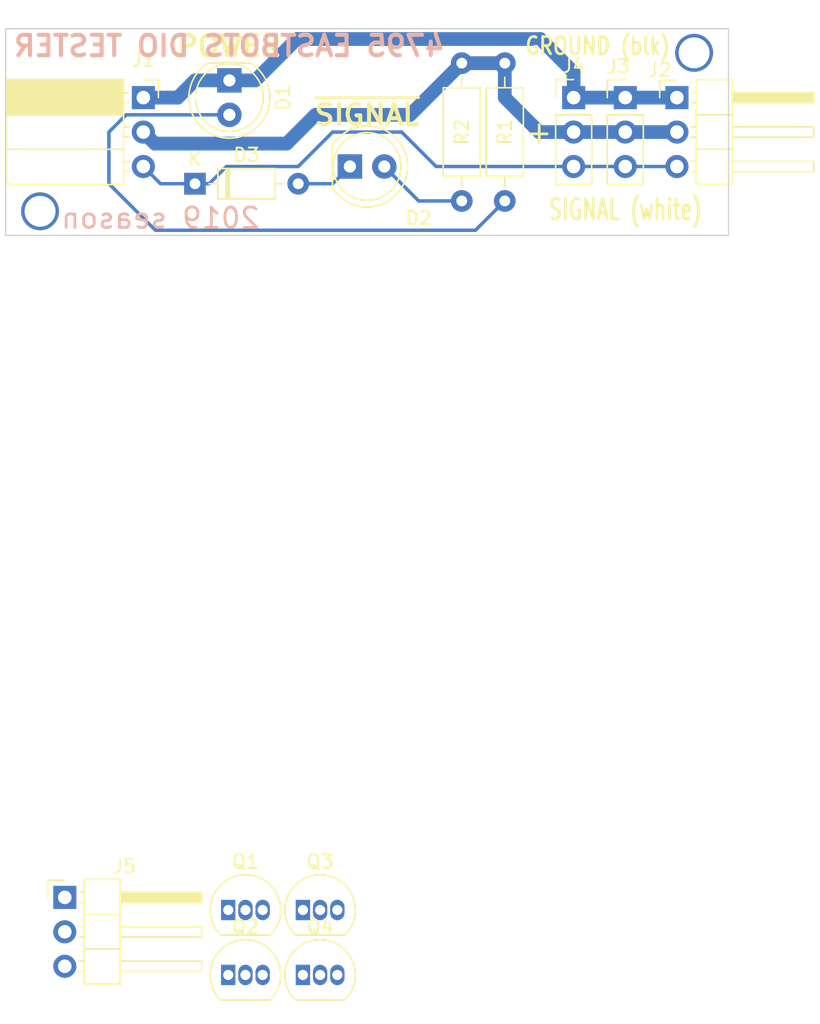
<source format=kicad_pcb>
(kicad_pcb (version 20171130) (host pcbnew "(5.0.1)-3")

  (general
    (thickness 1.5748)
    (drawings 15)
    (tracks 42)
    (zones 0)
    (modules 14)
    (nets 11)
  )

  (page A4)
  (layers
    (0 F.Cu signal)
    (31 B.Cu signal)
    (32 B.Adhes user)
    (33 F.Adhes user)
    (34 B.Paste user)
    (35 F.Paste user)
    (36 B.SilkS user)
    (37 F.SilkS user)
    (38 B.Mask user)
    (39 F.Mask user)
    (40 Dwgs.User user)
    (41 Cmts.User user)
    (42 Eco1.User user)
    (43 Eco2.User user)
    (44 Edge.Cuts user)
    (45 Margin user)
    (46 B.CrtYd user)
    (47 F.CrtYd user)
    (48 B.Fab user)
    (49 F.Fab user)
  )

  (setup
    (last_trace_width 0.254)
    (user_trace_width 0.254)
    (user_trace_width 0.508)
    (user_trace_width 0.762)
    (user_trace_width 1.016)
    (user_trace_width 1.27)
    (trace_clearance 0.254)
    (zone_clearance 0.508)
    (zone_45_only no)
    (trace_min 0.254)
    (segment_width 0.2)
    (edge_width 0.1)
    (via_size 0.7874)
    (via_drill 0.381)
    (via_min_size 0.7874)
    (via_min_drill 0.381)
    (uvia_size 0.7874)
    (uvia_drill 0.381)
    (uvias_allowed no)
    (uvia_min_size 0.381)
    (uvia_min_drill 0.1)
    (pcb_text_width 0.3)
    (pcb_text_size 1.5 1.5)
    (mod_edge_width 0.15)
    (mod_text_size 1 1)
    (mod_text_width 0.15)
    (pad_size 1.5 1.5)
    (pad_drill 0.6)
    (pad_to_mask_clearance 0)
    (solder_mask_min_width 0.25)
    (aux_axis_origin 0 0)
    (grid_origin 93.98 102.87)
    (visible_elements 7FFFFFFF)
    (pcbplotparams
      (layerselection 0x010f0_ffffffff)
      (usegerberextensions false)
      (usegerberattributes false)
      (usegerberadvancedattributes false)
      (creategerberjobfile false)
      (excludeedgelayer true)
      (linewidth 0.100000)
      (plotframeref false)
      (viasonmask false)
      (mode 1)
      (useauxorigin false)
      (hpglpennumber 1)
      (hpglpenspeed 20)
      (hpglpendiameter 15.000000)
      (psnegative false)
      (psa4output false)
      (plotreference true)
      (plotvalue true)
      (plotinvisibletext false)
      (padsonsilk false)
      (subtractmaskfromsilk false)
      (outputformat 1)
      (mirror false)
      (drillshape 0)
      (scaleselection 1)
      (outputdirectory "gbr"))
  )

  (net 0 "")
  (net 1 "Net-(D1-Pad2)")
  (net 2 Earth)
  (net 3 "Net-(D2-Pad1)")
  (net 4 "Net-(D2-Pad2)")
  (net 5 /signal)
  (net 6 +5V)
  (net 7 "Net-(J2-Pad3)")
  (net 8 "Net-(J3-Pad3)")
  (net 9 "Net-(J4-Pad3)")
  (net 10 "Net-(J5-Pad3)")

  (net_class Default "This is the default net class."
    (clearance 0.254)
    (trace_width 0.254)
    (via_dia 0.7874)
    (via_drill 0.381)
    (uvia_dia 0.7874)
    (uvia_drill 0.381)
    (diff_pair_gap 0.2032)
    (diff_pair_width 0.254)
    (add_net +5V)
    (add_net /signal)
    (add_net Earth)
    (add_net "Net-(D1-Pad2)")
    (add_net "Net-(D2-Pad1)")
    (add_net "Net-(D2-Pad2)")
    (add_net "Net-(J2-Pad3)")
    (add_net "Net-(J3-Pad3)")
    (add_net "Net-(J4-Pad3)")
    (add_net "Net-(J5-Pad3)")
  )

  (module LED_THT:LED_D5.0mm (layer F.Cu) (tedit 5995936A) (tstamp 5BF20E0B)
    (at 110.49 91.44 270)
    (descr "LED, diameter 5.0mm, 2 pins, http://cdn-reichelt.de/documents/datenblatt/A500/LL-504BC2E-009.pdf")
    (tags "LED diameter 5.0mm 2 pins")
    (path /5BE3B324)
    (fp_text reference D1 (at 1.27 -3.96 270) (layer F.SilkS)
      (effects (font (size 1 1) (thickness 0.15)))
    )
    (fp_text value YELLOW_5mm (at -5.08 0) (layer F.Fab)
      (effects (font (size 1 1) (thickness 0.15)))
    )
    (fp_text user %R (at 1.25 0 270) (layer F.Fab)
      (effects (font (size 0.8 0.8) (thickness 0.2)))
    )
    (fp_line (start 4.5 -3.25) (end -1.95 -3.25) (layer F.CrtYd) (width 0.05))
    (fp_line (start 4.5 3.25) (end 4.5 -3.25) (layer F.CrtYd) (width 0.05))
    (fp_line (start -1.95 3.25) (end 4.5 3.25) (layer F.CrtYd) (width 0.05))
    (fp_line (start -1.95 -3.25) (end -1.95 3.25) (layer F.CrtYd) (width 0.05))
    (fp_line (start -1.29 -1.545) (end -1.29 1.545) (layer F.SilkS) (width 0.12))
    (fp_line (start -1.23 -1.469694) (end -1.23 1.469694) (layer F.Fab) (width 0.1))
    (fp_circle (center 1.27 0) (end 3.77 0) (layer F.SilkS) (width 0.12))
    (fp_circle (center 1.27 0) (end 3.77 0) (layer F.Fab) (width 0.1))
    (fp_arc (start 1.27 0) (end -1.29 1.54483) (angle -148.9) (layer F.SilkS) (width 0.12))
    (fp_arc (start 1.27 0) (end -1.29 -1.54483) (angle 148.9) (layer F.SilkS) (width 0.12))
    (fp_arc (start 1.27 0) (end -1.23 -1.469694) (angle 299.1) (layer F.Fab) (width 0.1))
    (pad 2 thru_hole circle (at 2.54 0 270) (size 1.8 1.8) (drill 0.9) (layers *.Cu *.Mask)
      (net 1 "Net-(D1-Pad2)"))
    (pad 1 thru_hole rect (at 0 0 270) (size 1.8 1.8) (drill 0.9) (layers *.Cu *.Mask)
      (net 2 Earth))
    (model ${KISYS3DMOD}/LED_THT.3dshapes/LED_D5.0mm.wrl
      (at (xyz 0 0 0))
      (scale (xyz 1 1 1))
      (rotate (xyz 0 0 0))
    )
  )

  (module LED_THT:LED_D5.0mm (layer F.Cu) (tedit 5995936A) (tstamp 5BF20E1D)
    (at 119.38 97.79)
    (descr "LED, diameter 5.0mm, 2 pins, http://cdn-reichelt.de/documents/datenblatt/A500/LL-504BC2E-009.pdf")
    (tags "LED diameter 5.0mm 2 pins")
    (path /5BDCCCDE)
    (fp_text reference D2 (at 5.08 3.81) (layer F.SilkS)
      (effects (font (size 1 1) (thickness 0.15)))
    )
    (fp_text value RED_5mm (at 0 7.62) (layer F.Fab)
      (effects (font (size 1 1) (thickness 0.15)))
    )
    (fp_arc (start 1.27 0) (end -1.23 -1.469694) (angle 299.1) (layer F.Fab) (width 0.1))
    (fp_arc (start 1.27 0) (end -1.29 -1.54483) (angle 148.9) (layer F.SilkS) (width 0.12))
    (fp_arc (start 1.27 0) (end -1.29 1.54483) (angle -148.9) (layer F.SilkS) (width 0.12))
    (fp_circle (center 1.27 0) (end 3.77 0) (layer F.Fab) (width 0.1))
    (fp_circle (center 1.27 0) (end 3.77 0) (layer F.SilkS) (width 0.12))
    (fp_line (start -1.23 -1.469694) (end -1.23 1.469694) (layer F.Fab) (width 0.1))
    (fp_line (start -1.29 -1.545) (end -1.29 1.545) (layer F.SilkS) (width 0.12))
    (fp_line (start -1.95 -3.25) (end -1.95 3.25) (layer F.CrtYd) (width 0.05))
    (fp_line (start -1.95 3.25) (end 4.5 3.25) (layer F.CrtYd) (width 0.05))
    (fp_line (start 4.5 3.25) (end 4.5 -3.25) (layer F.CrtYd) (width 0.05))
    (fp_line (start 4.5 -3.25) (end -1.95 -3.25) (layer F.CrtYd) (width 0.05))
    (fp_text user %R (at 1.25 0) (layer F.Fab)
      (effects (font (size 0.8 0.8) (thickness 0.2)))
    )
    (pad 1 thru_hole rect (at 0 0) (size 1.8 1.8) (drill 0.9) (layers *.Cu *.Mask)
      (net 3 "Net-(D2-Pad1)"))
    (pad 2 thru_hole circle (at 2.54 0) (size 1.8 1.8) (drill 0.9) (layers *.Cu *.Mask)
      (net 4 "Net-(D2-Pad2)"))
    (model ${KISYS3DMOD}/LED_THT.3dshapes/LED_D5.0mm.wrl
      (at (xyz 0 0 0))
      (scale (xyz 1 1 1))
      (rotate (xyz 0 0 0))
    )
  )

  (module Diode_THT:D_DO-35_SOD27_P7.62mm_Horizontal (layer F.Cu) (tedit 5AE50CD5) (tstamp 5BF20E3C)
    (at 107.95 99.06)
    (descr "Diode, DO-35_SOD27 series, Axial, Horizontal, pin pitch=7.62mm, , length*diameter=4*2mm^2, , http://www.diodes.com/_files/packages/DO-35.pdf")
    (tags "Diode DO-35_SOD27 series Axial Horizontal pin pitch 7.62mm  length 4mm diameter 2mm")
    (path /5BE3A273)
    (fp_text reference D3 (at 3.81 -2.12) (layer F.SilkS)
      (effects (font (size 1 1) (thickness 0.15)))
    )
    (fp_text value 1N4148 (at 3.81 2.12) (layer F.Fab)
      (effects (font (size 1 1) (thickness 0.15)))
    )
    (fp_line (start 1.81 -1) (end 1.81 1) (layer F.Fab) (width 0.1))
    (fp_line (start 1.81 1) (end 5.81 1) (layer F.Fab) (width 0.1))
    (fp_line (start 5.81 1) (end 5.81 -1) (layer F.Fab) (width 0.1))
    (fp_line (start 5.81 -1) (end 1.81 -1) (layer F.Fab) (width 0.1))
    (fp_line (start 0 0) (end 1.81 0) (layer F.Fab) (width 0.1))
    (fp_line (start 7.62 0) (end 5.81 0) (layer F.Fab) (width 0.1))
    (fp_line (start 2.41 -1) (end 2.41 1) (layer F.Fab) (width 0.1))
    (fp_line (start 2.51 -1) (end 2.51 1) (layer F.Fab) (width 0.1))
    (fp_line (start 2.31 -1) (end 2.31 1) (layer F.Fab) (width 0.1))
    (fp_line (start 1.69 -1.12) (end 1.69 1.12) (layer F.SilkS) (width 0.12))
    (fp_line (start 1.69 1.12) (end 5.93 1.12) (layer F.SilkS) (width 0.12))
    (fp_line (start 5.93 1.12) (end 5.93 -1.12) (layer F.SilkS) (width 0.12))
    (fp_line (start 5.93 -1.12) (end 1.69 -1.12) (layer F.SilkS) (width 0.12))
    (fp_line (start 1.04 0) (end 1.69 0) (layer F.SilkS) (width 0.12))
    (fp_line (start 6.58 0) (end 5.93 0) (layer F.SilkS) (width 0.12))
    (fp_line (start 2.41 -1.12) (end 2.41 1.12) (layer F.SilkS) (width 0.12))
    (fp_line (start 2.53 -1.12) (end 2.53 1.12) (layer F.SilkS) (width 0.12))
    (fp_line (start 2.29 -1.12) (end 2.29 1.12) (layer F.SilkS) (width 0.12))
    (fp_line (start -1.05 -1.25) (end -1.05 1.25) (layer F.CrtYd) (width 0.05))
    (fp_line (start -1.05 1.25) (end 8.67 1.25) (layer F.CrtYd) (width 0.05))
    (fp_line (start 8.67 1.25) (end 8.67 -1.25) (layer F.CrtYd) (width 0.05))
    (fp_line (start 8.67 -1.25) (end -1.05 -1.25) (layer F.CrtYd) (width 0.05))
    (fp_text user %R (at 4.11 0) (layer F.Fab)
      (effects (font (size 0.8 0.8) (thickness 0.12)))
    )
    (fp_text user K (at 0 -1.8) (layer F.Fab)
      (effects (font (size 1 1) (thickness 0.15)))
    )
    (fp_text user K (at 0 -1.8) (layer F.SilkS)
      (effects (font (size 1 1) (thickness 0.15)))
    )
    (pad 1 thru_hole rect (at 0 0) (size 1.6 1.6) (drill 0.8) (layers *.Cu *.Mask)
      (net 5 /signal))
    (pad 2 thru_hole oval (at 7.62 0) (size 1.6 1.6) (drill 0.8) (layers *.Cu *.Mask)
      (net 3 "Net-(D2-Pad1)"))
    (model ${KISYS3DMOD}/Diode_THT.3dshapes/D_DO-35_SOD27_P7.62mm_Horizontal.wrl
      (at (xyz 0 0 0))
      (scale (xyz 1 1 1))
      (rotate (xyz 0 0 0))
    )
  )

  (module Connector_PinSocket_2.54mm:PinSocket_1x03_P2.54mm_Horizontal (layer F.Cu) (tedit 5C140FFB) (tstamp 5BF20E79)
    (at 104.14 92.71)
    (descr "Through hole angled socket strip, 1x03, 2.54mm pitch, 8.51mm socket length, single row (from Kicad 4.0.7), script generated")
    (tags "Through hole angled socket strip THT 1x03 2.54mm single row")
    (path /5BDCDC09)
    (fp_text reference J1 (at 0 -2.77) (layer F.SilkS)
      (effects (font (size 1 1) (thickness 0.15)))
    )
    (fp_text value Conn_01x03 (at -2.54 12.7) (layer F.Fab)
      (effects (font (size 1 1) (thickness 0.15)))
    )
    (fp_line (start -10.03 -1.27) (end -2.49 -1.27) (layer F.Fab) (width 0.1))
    (fp_line (start -2.49 -1.27) (end -1.52 -0.3) (layer F.Fab) (width 0.1))
    (fp_line (start -1.52 -0.3) (end -1.52 6.35) (layer F.Fab) (width 0.1))
    (fp_line (start -1.52 6.35) (end -10.03 6.35) (layer F.Fab) (width 0.1))
    (fp_line (start -10.03 6.35) (end -10.03 -1.27) (layer F.Fab) (width 0.1))
    (fp_line (start 0 -0.3) (end -1.52 -0.3) (layer F.Fab) (width 0.1))
    (fp_line (start -1.52 0.3) (end 0 0.3) (layer F.Fab) (width 0.1))
    (fp_line (start 0 0.3) (end 0 -0.3) (layer F.Fab) (width 0.1))
    (fp_line (start 0 2.24) (end -1.52 2.24) (layer F.Fab) (width 0.1))
    (fp_line (start -1.52 2.84) (end 0 2.84) (layer F.Fab) (width 0.1))
    (fp_line (start 0 2.84) (end 0 2.24) (layer F.Fab) (width 0.1))
    (fp_line (start 0 4.78) (end -1.52 4.78) (layer F.Fab) (width 0.1))
    (fp_line (start -1.52 5.38) (end 0 5.38) (layer F.Fab) (width 0.1))
    (fp_line (start 0 5.38) (end 0 4.78) (layer F.Fab) (width 0.1))
    (fp_line (start -10.09 -1.21) (end -1.46 -1.21) (layer F.SilkS) (width 0.12))
    (fp_line (start -10.09 -1.091905) (end -1.46 -1.091905) (layer F.SilkS) (width 0.12))
    (fp_line (start -10.09 -0.97381) (end -1.46 -0.97381) (layer F.SilkS) (width 0.12))
    (fp_line (start -10.09 -0.855715) (end -1.46 -0.855715) (layer F.SilkS) (width 0.12))
    (fp_line (start -10.09 -0.73762) (end -1.46 -0.73762) (layer F.SilkS) (width 0.12))
    (fp_line (start -10.09 -0.619525) (end -1.46 -0.619525) (layer F.SilkS) (width 0.12))
    (fp_line (start -10.09 -0.50143) (end -1.46 -0.50143) (layer F.SilkS) (width 0.12))
    (fp_line (start -10.09 -0.383335) (end -1.46 -0.383335) (layer F.SilkS) (width 0.12))
    (fp_line (start -10.09 -0.26524) (end -1.46 -0.26524) (layer F.SilkS) (width 0.12))
    (fp_line (start -10.09 -0.147145) (end -1.46 -0.147145) (layer F.SilkS) (width 0.12))
    (fp_line (start -10.09 -0.02905) (end -1.46 -0.02905) (layer F.SilkS) (width 0.12))
    (fp_line (start -10.09 0.089045) (end -1.46 0.089045) (layer F.SilkS) (width 0.12))
    (fp_line (start -10.09 0.20714) (end -1.46 0.20714) (layer F.SilkS) (width 0.12))
    (fp_line (start -10.09 0.325235) (end -1.46 0.325235) (layer F.SilkS) (width 0.12))
    (fp_line (start -10.09 0.44333) (end -1.46 0.44333) (layer F.SilkS) (width 0.12))
    (fp_line (start -10.09 0.561425) (end -1.46 0.561425) (layer F.SilkS) (width 0.12))
    (fp_line (start -10.09 0.67952) (end -1.46 0.67952) (layer F.SilkS) (width 0.12))
    (fp_line (start -10.09 0.797615) (end -1.46 0.797615) (layer F.SilkS) (width 0.12))
    (fp_line (start -10.09 0.91571) (end -1.46 0.91571) (layer F.SilkS) (width 0.12))
    (fp_line (start -10.09 1.033805) (end -1.46 1.033805) (layer F.SilkS) (width 0.12))
    (fp_line (start -10.09 1.1519) (end -1.46 1.1519) (layer F.SilkS) (width 0.12))
    (fp_line (start -1.46 -0.36) (end -1.11 -0.36) (layer F.SilkS) (width 0.12))
    (fp_line (start -1.46 0.36) (end -1.11 0.36) (layer F.SilkS) (width 0.12))
    (fp_line (start -1.46 2.18) (end -1.05 2.18) (layer F.SilkS) (width 0.12))
    (fp_line (start -1.46 2.9) (end -1.05 2.9) (layer F.SilkS) (width 0.12))
    (fp_line (start -1.46 4.72) (end -1.05 4.72) (layer F.SilkS) (width 0.12))
    (fp_line (start -1.46 5.44) (end -1.05 5.44) (layer F.SilkS) (width 0.12))
    (fp_line (start -10.09 1.27) (end -1.46 1.27) (layer F.SilkS) (width 0.12))
    (fp_line (start -10.09 3.81) (end -1.46 3.81) (layer F.SilkS) (width 0.12))
    (fp_line (start -10.09 -1.33) (end -1.46 -1.33) (layer F.SilkS) (width 0.12))
    (fp_line (start -1.46 -1.33) (end -1.46 6.41) (layer F.SilkS) (width 0.12))
    (fp_line (start -10.09 6.41) (end -1.46 6.41) (layer F.SilkS) (width 0.12))
    (fp_line (start -10.09 -1.33) (end -10.09 6.41) (layer F.SilkS) (width 0.12))
    (fp_line (start 1.11 -1.33) (end 1.11 0) (layer F.SilkS) (width 0.12))
    (fp_line (start 0 -1.33) (end 1.11 -1.33) (layer F.SilkS) (width 0.12))
    (fp_line (start 1.75 -1.8) (end -10.55 -1.8) (layer F.CrtYd) (width 0.05))
    (fp_line (start -10.55 -1.8) (end -10.55 6.85) (layer F.CrtYd) (width 0.05))
    (fp_line (start -10.55 6.85) (end 1.75 6.85) (layer F.CrtYd) (width 0.05))
    (fp_line (start 1.75 6.85) (end 1.75 -1.8) (layer F.CrtYd) (width 0.05))
    (fp_text user %R (at -5.775 2.54) (layer F.Fab)
      (effects (font (size 1 1) (thickness 0.15)))
    )
    (pad 1 thru_hole rect (at 0 0) (size 1.7 1.7) (drill 1) (layers *.Cu *.Mask)
      (net 2 Earth))
    (pad 2 thru_hole oval (at 0 2.54) (size 1.7 1.7) (drill 1) (layers *.Cu *.Mask)
      (net 6 +5V))
    (pad 3 thru_hole oval (at 0 5.08) (size 1.7 1.7) (drill 1) (layers *.Cu *.Mask)
      (net 5 /signal))
    (model ${KISYS3DMOD}/Connector_PinSocket_2.54mm.3dshapes/PinSocket_1x03_P2.54mm_Horizontal.wrl
      (at (xyz 0 0 0))
      (scale (xyz 1 1 1))
      (rotate (xyz 0 0 0))
    )
  )

  (module Connector_PinHeader_2.54mm:PinHeader_1x03_P2.54mm_Horizontal (layer F.Cu) (tedit 59FED5CB) (tstamp 5BF20EB9)
    (at 143.51 92.71)
    (descr "Through hole angled pin header, 1x03, 2.54mm pitch, 6mm pin length, single row")
    (tags "Through hole angled pin header THT 1x03 2.54mm single row")
    (path /5BDCE519)
    (fp_text reference J2 (at -1.27 -2.032) (layer F.SilkS)
      (effects (font (size 1 1) (thickness 0.15)))
    )
    (fp_text value Conn_01x03 (at 3.81 12.7) (layer F.Fab)
      (effects (font (size 1 1) (thickness 0.15)))
    )
    (fp_line (start 2.135 -1.27) (end 4.04 -1.27) (layer F.Fab) (width 0.1))
    (fp_line (start 4.04 -1.27) (end 4.04 6.35) (layer F.Fab) (width 0.1))
    (fp_line (start 4.04 6.35) (end 1.5 6.35) (layer F.Fab) (width 0.1))
    (fp_line (start 1.5 6.35) (end 1.5 -0.635) (layer F.Fab) (width 0.1))
    (fp_line (start 1.5 -0.635) (end 2.135 -1.27) (layer F.Fab) (width 0.1))
    (fp_line (start -0.32 -0.32) (end 1.5 -0.32) (layer F.Fab) (width 0.1))
    (fp_line (start -0.32 -0.32) (end -0.32 0.32) (layer F.Fab) (width 0.1))
    (fp_line (start -0.32 0.32) (end 1.5 0.32) (layer F.Fab) (width 0.1))
    (fp_line (start 4.04 -0.32) (end 10.04 -0.32) (layer F.Fab) (width 0.1))
    (fp_line (start 10.04 -0.32) (end 10.04 0.32) (layer F.Fab) (width 0.1))
    (fp_line (start 4.04 0.32) (end 10.04 0.32) (layer F.Fab) (width 0.1))
    (fp_line (start -0.32 2.22) (end 1.5 2.22) (layer F.Fab) (width 0.1))
    (fp_line (start -0.32 2.22) (end -0.32 2.86) (layer F.Fab) (width 0.1))
    (fp_line (start -0.32 2.86) (end 1.5 2.86) (layer F.Fab) (width 0.1))
    (fp_line (start 4.04 2.22) (end 10.04 2.22) (layer F.Fab) (width 0.1))
    (fp_line (start 10.04 2.22) (end 10.04 2.86) (layer F.Fab) (width 0.1))
    (fp_line (start 4.04 2.86) (end 10.04 2.86) (layer F.Fab) (width 0.1))
    (fp_line (start -0.32 4.76) (end 1.5 4.76) (layer F.Fab) (width 0.1))
    (fp_line (start -0.32 4.76) (end -0.32 5.4) (layer F.Fab) (width 0.1))
    (fp_line (start -0.32 5.4) (end 1.5 5.4) (layer F.Fab) (width 0.1))
    (fp_line (start 4.04 4.76) (end 10.04 4.76) (layer F.Fab) (width 0.1))
    (fp_line (start 10.04 4.76) (end 10.04 5.4) (layer F.Fab) (width 0.1))
    (fp_line (start 4.04 5.4) (end 10.04 5.4) (layer F.Fab) (width 0.1))
    (fp_line (start 1.44 -1.33) (end 1.44 6.41) (layer F.SilkS) (width 0.12))
    (fp_line (start 1.44 6.41) (end 4.1 6.41) (layer F.SilkS) (width 0.12))
    (fp_line (start 4.1 6.41) (end 4.1 -1.33) (layer F.SilkS) (width 0.12))
    (fp_line (start 4.1 -1.33) (end 1.44 -1.33) (layer F.SilkS) (width 0.12))
    (fp_line (start 4.1 -0.38) (end 10.1 -0.38) (layer F.SilkS) (width 0.12))
    (fp_line (start 10.1 -0.38) (end 10.1 0.38) (layer F.SilkS) (width 0.12))
    (fp_line (start 10.1 0.38) (end 4.1 0.38) (layer F.SilkS) (width 0.12))
    (fp_line (start 4.1 -0.32) (end 10.1 -0.32) (layer F.SilkS) (width 0.12))
    (fp_line (start 4.1 -0.2) (end 10.1 -0.2) (layer F.SilkS) (width 0.12))
    (fp_line (start 4.1 -0.08) (end 10.1 -0.08) (layer F.SilkS) (width 0.12))
    (fp_line (start 4.1 0.04) (end 10.1 0.04) (layer F.SilkS) (width 0.12))
    (fp_line (start 4.1 0.16) (end 10.1 0.16) (layer F.SilkS) (width 0.12))
    (fp_line (start 4.1 0.28) (end 10.1 0.28) (layer F.SilkS) (width 0.12))
    (fp_line (start 1.11 -0.38) (end 1.44 -0.38) (layer F.SilkS) (width 0.12))
    (fp_line (start 1.11 0.38) (end 1.44 0.38) (layer F.SilkS) (width 0.12))
    (fp_line (start 1.44 1.27) (end 4.1 1.27) (layer F.SilkS) (width 0.12))
    (fp_line (start 4.1 2.16) (end 10.1 2.16) (layer F.SilkS) (width 0.12))
    (fp_line (start 10.1 2.16) (end 10.1 2.92) (layer F.SilkS) (width 0.12))
    (fp_line (start 10.1 2.92) (end 4.1 2.92) (layer F.SilkS) (width 0.12))
    (fp_line (start 1.042929 2.16) (end 1.44 2.16) (layer F.SilkS) (width 0.12))
    (fp_line (start 1.042929 2.92) (end 1.44 2.92) (layer F.SilkS) (width 0.12))
    (fp_line (start 1.44 3.81) (end 4.1 3.81) (layer F.SilkS) (width 0.12))
    (fp_line (start 4.1 4.7) (end 10.1 4.7) (layer F.SilkS) (width 0.12))
    (fp_line (start 10.1 4.7) (end 10.1 5.46) (layer F.SilkS) (width 0.12))
    (fp_line (start 10.1 5.46) (end 4.1 5.46) (layer F.SilkS) (width 0.12))
    (fp_line (start 1.042929 4.7) (end 1.44 4.7) (layer F.SilkS) (width 0.12))
    (fp_line (start 1.042929 5.46) (end 1.44 5.46) (layer F.SilkS) (width 0.12))
    (fp_line (start -1.27 0) (end -1.27 -1.27) (layer F.SilkS) (width 0.12))
    (fp_line (start -1.27 -1.27) (end 0 -1.27) (layer F.SilkS) (width 0.12))
    (fp_line (start -1.8 -1.8) (end -1.8 6.85) (layer F.CrtYd) (width 0.05))
    (fp_line (start -1.8 6.85) (end 10.55 6.85) (layer F.CrtYd) (width 0.05))
    (fp_line (start 10.55 6.85) (end 10.55 -1.8) (layer F.CrtYd) (width 0.05))
    (fp_line (start 10.55 -1.8) (end -1.8 -1.8) (layer F.CrtYd) (width 0.05))
    (fp_text user %R (at 2.77 2.54 90) (layer F.Fab)
      (effects (font (size 1 1) (thickness 0.15)))
    )
    (pad 1 thru_hole rect (at 0 0) (size 1.7 1.7) (drill 1) (layers *.Cu *.Mask)
      (net 2 Earth))
    (pad 2 thru_hole oval (at 0 2.54) (size 1.7 1.7) (drill 1) (layers *.Cu *.Mask)
      (net 6 +5V))
    (pad 3 thru_hole oval (at 0 5.08) (size 1.7 1.7) (drill 1) (layers *.Cu *.Mask)
      (net 7 "Net-(J2-Pad3)"))
    (model ${KISYS3DMOD}/Connector_PinHeader_2.54mm.3dshapes/PinHeader_1x03_P2.54mm_Horizontal.wrl
      (at (xyz 0 0 0))
      (scale (xyz 1 1 1))
      (rotate (xyz 0 0 0))
    )
  )

  (module Connector_PinHeader_2.54mm:PinHeader_1x03_P2.54mm_Vertical (layer F.Cu) (tedit 59FED5CC) (tstamp 5BF20ED0)
    (at 139.7 92.71)
    (descr "Through hole straight pin header, 1x03, 2.54mm pitch, single row")
    (tags "Through hole pin header THT 1x03 2.54mm single row")
    (path /5C737446)
    (fp_text reference J3 (at -0.508 -2.286) (layer F.SilkS)
      (effects (font (size 1 1) (thickness 0.15)))
    )
    (fp_text value Conn_01x03 (at 2.54 11.43) (layer F.Fab)
      (effects (font (size 1 1) (thickness 0.15)))
    )
    (fp_line (start -0.635 -1.27) (end 1.27 -1.27) (layer F.Fab) (width 0.1))
    (fp_line (start 1.27 -1.27) (end 1.27 6.35) (layer F.Fab) (width 0.1))
    (fp_line (start 1.27 6.35) (end -1.27 6.35) (layer F.Fab) (width 0.1))
    (fp_line (start -1.27 6.35) (end -1.27 -0.635) (layer F.Fab) (width 0.1))
    (fp_line (start -1.27 -0.635) (end -0.635 -1.27) (layer F.Fab) (width 0.1))
    (fp_line (start -1.33 6.41) (end 1.33 6.41) (layer F.SilkS) (width 0.12))
    (fp_line (start -1.33 1.27) (end -1.33 6.41) (layer F.SilkS) (width 0.12))
    (fp_line (start 1.33 1.27) (end 1.33 6.41) (layer F.SilkS) (width 0.12))
    (fp_line (start -1.33 1.27) (end 1.33 1.27) (layer F.SilkS) (width 0.12))
    (fp_line (start -1.33 0) (end -1.33 -1.33) (layer F.SilkS) (width 0.12))
    (fp_line (start -1.33 -1.33) (end 0 -1.33) (layer F.SilkS) (width 0.12))
    (fp_line (start -1.8 -1.8) (end -1.8 6.85) (layer F.CrtYd) (width 0.05))
    (fp_line (start -1.8 6.85) (end 1.8 6.85) (layer F.CrtYd) (width 0.05))
    (fp_line (start 1.8 6.85) (end 1.8 -1.8) (layer F.CrtYd) (width 0.05))
    (fp_line (start 1.8 -1.8) (end -1.8 -1.8) (layer F.CrtYd) (width 0.05))
    (fp_text user %R (at 0 2.54 90) (layer F.Fab)
      (effects (font (size 1 1) (thickness 0.15)))
    )
    (pad 1 thru_hole rect (at 0 0) (size 1.7 1.7) (drill 1) (layers *.Cu *.Mask)
      (net 2 Earth))
    (pad 2 thru_hole oval (at 0 2.54) (size 1.7 1.7) (drill 1) (layers *.Cu *.Mask)
      (net 6 +5V))
    (pad 3 thru_hole oval (at 0 5.08) (size 1.7 1.7) (drill 1) (layers *.Cu *.Mask)
      (net 8 "Net-(J3-Pad3)"))
    (model ${KISYS3DMOD}/Connector_PinHeader_2.54mm.3dshapes/PinHeader_1x03_P2.54mm_Vertical.wrl
      (at (xyz 0 0 0))
      (scale (xyz 1 1 1))
      (rotate (xyz 0 0 0))
    )
  )

  (module Connector_PinHeader_2.54mm:PinHeader_1x03_P2.54mm_Vertical (layer F.Cu) (tedit 5C140FAA) (tstamp 5BF20EE7)
    (at 135.89 92.71)
    (descr "Through hole straight pin header, 1x03, 2.54mm pitch, single row")
    (tags "Through hole pin header THT 1x03 2.54mm single row")
    (path /5C737762)
    (fp_text reference J4 (at 0 -2.33) (layer F.SilkS)
      (effects (font (size 1 1) (thickness 0.15)))
    )
    (fp_text value Conn_01x03 (at 0 12.7) (layer F.Fab)
      (effects (font (size 1 1) (thickness 0.15)))
    )
    (fp_text user %R (at 0 2.54 90) (layer F.Fab)
      (effects (font (size 1 1) (thickness 0.15)))
    )
    (fp_line (start 1.8 -1.8) (end -1.8 -1.8) (layer F.CrtYd) (width 0.05))
    (fp_line (start 1.8 6.85) (end 1.8 -1.8) (layer F.CrtYd) (width 0.05))
    (fp_line (start -1.8 6.85) (end 1.8 6.85) (layer F.CrtYd) (width 0.05))
    (fp_line (start -1.8 -1.8) (end -1.8 6.85) (layer F.CrtYd) (width 0.05))
    (fp_line (start -1.33 -1.33) (end 0 -1.33) (layer F.SilkS) (width 0.12))
    (fp_line (start -1.33 0) (end -1.33 -1.33) (layer F.SilkS) (width 0.12))
    (fp_line (start -1.33 1.27) (end 1.33 1.27) (layer F.SilkS) (width 0.12))
    (fp_line (start 1.33 1.27) (end 1.33 6.41) (layer F.SilkS) (width 0.12))
    (fp_line (start -1.33 1.27) (end -1.33 6.41) (layer F.SilkS) (width 0.12))
    (fp_line (start -1.33 6.41) (end 1.33 6.41) (layer F.SilkS) (width 0.12))
    (fp_line (start -1.27 -0.635) (end -0.635 -1.27) (layer F.Fab) (width 0.1))
    (fp_line (start -1.27 6.35) (end -1.27 -0.635) (layer F.Fab) (width 0.1))
    (fp_line (start 1.27 6.35) (end -1.27 6.35) (layer F.Fab) (width 0.1))
    (fp_line (start 1.27 -1.27) (end 1.27 6.35) (layer F.Fab) (width 0.1))
    (fp_line (start -0.635 -1.27) (end 1.27 -1.27) (layer F.Fab) (width 0.1))
    (pad 3 thru_hole oval (at 0 5.08) (size 1.7 1.7) (drill 1) (layers *.Cu *.Mask)
      (net 9 "Net-(J4-Pad3)"))
    (pad 2 thru_hole oval (at 0 2.54) (size 1.7 1.7) (drill 1) (layers *.Cu *.Mask)
      (net 6 +5V))
    (pad 1 thru_hole rect (at 0 0) (size 1.7 1.7) (drill 1) (layers *.Cu *.Mask)
      (net 2 Earth))
    (model ${KISYS3DMOD}/Connector_PinHeader_2.54mm.3dshapes/PinHeader_1x03_P2.54mm_Vertical.wrl
      (at (xyz 0 0 0))
      (scale (xyz 1 1 1))
      (rotate (xyz 0 0 0))
    )
  )

  (module Resistor_THT:R_Axial_DIN0207_L6.3mm_D2.5mm_P10.16mm_Horizontal (layer F.Cu) (tedit 5AE5139B) (tstamp 5BF20EFE)
    (at 130.81 90.17 270)
    (descr "Resistor, Axial_DIN0207 series, Axial, Horizontal, pin pitch=10.16mm, 0.25W = 1/4W, length*diameter=6.3*2.5mm^2, http://cdn-reichelt.de/documents/datenblatt/B400/1_4W%23YAG.pdf")
    (tags "Resistor Axial_DIN0207 series Axial Horizontal pin pitch 10.16mm 0.25W = 1/4W length 6.3mm diameter 2.5mm")
    (path /5BE3B32A)
    (fp_text reference R1 (at 5.08 0 270) (layer F.SilkS)
      (effects (font (size 1 1) (thickness 0.15)))
    )
    (fp_text value 2.2K (at 5.08 2.37 270) (layer F.Fab)
      (effects (font (size 1 1) (thickness 0.15)))
    )
    (fp_text user %R (at 5.08 0 270) (layer F.Fab)
      (effects (font (size 1 1) (thickness 0.15)))
    )
    (fp_line (start 11.21 -1.5) (end -1.05 -1.5) (layer F.CrtYd) (width 0.05))
    (fp_line (start 11.21 1.5) (end 11.21 -1.5) (layer F.CrtYd) (width 0.05))
    (fp_line (start -1.05 1.5) (end 11.21 1.5) (layer F.CrtYd) (width 0.05))
    (fp_line (start -1.05 -1.5) (end -1.05 1.5) (layer F.CrtYd) (width 0.05))
    (fp_line (start 9.12 0) (end 8.35 0) (layer F.SilkS) (width 0.12))
    (fp_line (start 1.04 0) (end 1.81 0) (layer F.SilkS) (width 0.12))
    (fp_line (start 8.35 -1.37) (end 1.81 -1.37) (layer F.SilkS) (width 0.12))
    (fp_line (start 8.35 1.37) (end 8.35 -1.37) (layer F.SilkS) (width 0.12))
    (fp_line (start 1.81 1.37) (end 8.35 1.37) (layer F.SilkS) (width 0.12))
    (fp_line (start 1.81 -1.37) (end 1.81 1.37) (layer F.SilkS) (width 0.12))
    (fp_line (start 10.16 0) (end 8.23 0) (layer F.Fab) (width 0.1))
    (fp_line (start 0 0) (end 1.93 0) (layer F.Fab) (width 0.1))
    (fp_line (start 8.23 -1.25) (end 1.93 -1.25) (layer F.Fab) (width 0.1))
    (fp_line (start 8.23 1.25) (end 8.23 -1.25) (layer F.Fab) (width 0.1))
    (fp_line (start 1.93 1.25) (end 8.23 1.25) (layer F.Fab) (width 0.1))
    (fp_line (start 1.93 -1.25) (end 1.93 1.25) (layer F.Fab) (width 0.1))
    (pad 2 thru_hole oval (at 10.16 0 270) (size 1.6 1.6) (drill 0.8) (layers *.Cu *.Mask)
      (net 1 "Net-(D1-Pad2)"))
    (pad 1 thru_hole circle (at 0 0 270) (size 1.6 1.6) (drill 0.8) (layers *.Cu *.Mask)
      (net 6 +5V))
    (model ${KISYS3DMOD}/Resistor_THT.3dshapes/R_Axial_DIN0207_L6.3mm_D2.5mm_P10.16mm_Horizontal.wrl
      (at (xyz 0 0 0))
      (scale (xyz 1 1 1))
      (rotate (xyz 0 0 0))
    )
  )

  (module Resistor_THT:R_Axial_DIN0207_L6.3mm_D2.5mm_P10.16mm_Horizontal (layer F.Cu) (tedit 5AE5139B) (tstamp 5BF20F15)
    (at 127.635 90.17 270)
    (descr "Resistor, Axial_DIN0207 series, Axial, Horizontal, pin pitch=10.16mm, 0.25W = 1/4W, length*diameter=6.3*2.5mm^2, http://cdn-reichelt.de/documents/datenblatt/B400/1_4W%23YAG.pdf")
    (tags "Resistor Axial_DIN0207 series Axial Horizontal pin pitch 10.16mm 0.25W = 1/4W length 6.3mm diameter 2.5mm")
    (path /5BDCD126)
    (fp_text reference R2 (at 5.08 0 270) (layer F.SilkS)
      (effects (font (size 1 1) (thickness 0.15)))
    )
    (fp_text value 2.2K (at 5.08 2.37 270) (layer F.Fab)
      (effects (font (size 1 1) (thickness 0.15)))
    )
    (fp_line (start 1.93 -1.25) (end 1.93 1.25) (layer F.Fab) (width 0.1))
    (fp_line (start 1.93 1.25) (end 8.23 1.25) (layer F.Fab) (width 0.1))
    (fp_line (start 8.23 1.25) (end 8.23 -1.25) (layer F.Fab) (width 0.1))
    (fp_line (start 8.23 -1.25) (end 1.93 -1.25) (layer F.Fab) (width 0.1))
    (fp_line (start 0 0) (end 1.93 0) (layer F.Fab) (width 0.1))
    (fp_line (start 10.16 0) (end 8.23 0) (layer F.Fab) (width 0.1))
    (fp_line (start 1.81 -1.37) (end 1.81 1.37) (layer F.SilkS) (width 0.12))
    (fp_line (start 1.81 1.37) (end 8.35 1.37) (layer F.SilkS) (width 0.12))
    (fp_line (start 8.35 1.37) (end 8.35 -1.37) (layer F.SilkS) (width 0.12))
    (fp_line (start 8.35 -1.37) (end 1.81 -1.37) (layer F.SilkS) (width 0.12))
    (fp_line (start 1.04 0) (end 1.81 0) (layer F.SilkS) (width 0.12))
    (fp_line (start 9.12 0) (end 8.35 0) (layer F.SilkS) (width 0.12))
    (fp_line (start -1.05 -1.5) (end -1.05 1.5) (layer F.CrtYd) (width 0.05))
    (fp_line (start -1.05 1.5) (end 11.21 1.5) (layer F.CrtYd) (width 0.05))
    (fp_line (start 11.21 1.5) (end 11.21 -1.5) (layer F.CrtYd) (width 0.05))
    (fp_line (start 11.21 -1.5) (end -1.05 -1.5) (layer F.CrtYd) (width 0.05))
    (fp_text user %R (at 5.08 0 270) (layer F.Fab)
      (effects (font (size 1 1) (thickness 0.15)))
    )
    (pad 1 thru_hole circle (at 0 0 270) (size 1.6 1.6) (drill 0.8) (layers *.Cu *.Mask)
      (net 6 +5V))
    (pad 2 thru_hole oval (at 10.16 0 270) (size 1.6 1.6) (drill 0.8) (layers *.Cu *.Mask)
      (net 4 "Net-(D2-Pad2)"))
    (model ${KISYS3DMOD}/Resistor_THT.3dshapes/R_Axial_DIN0207_L6.3mm_D2.5mm_P10.16mm_Horizontal.wrl
      (at (xyz 0 0 0))
      (scale (xyz 1 1 1))
      (rotate (xyz 0 0 0))
    )
  )

  (module Connector_PinHeader_2.54mm:PinHeader_1x03_P2.54mm_Horizontal (layer F.Cu) (tedit 59FED5CB) (tstamp 5C733416)
    (at 98.345001 151.685001)
    (descr "Through hole angled pin header, 1x03, 2.54mm pitch, 6mm pin length, single row")
    (tags "Through hole angled pin header THT 1x03 2.54mm single row")
    (path /5C737D21)
    (fp_text reference J5 (at 4.385 -2.27) (layer F.SilkS)
      (effects (font (size 1 1) (thickness 0.15)))
    )
    (fp_text value Conn_01x03 (at 4.385 7.35) (layer F.Fab)
      (effects (font (size 1 1) (thickness 0.15)))
    )
    (fp_line (start 2.135 -1.27) (end 4.04 -1.27) (layer F.Fab) (width 0.1))
    (fp_line (start 4.04 -1.27) (end 4.04 6.35) (layer F.Fab) (width 0.1))
    (fp_line (start 4.04 6.35) (end 1.5 6.35) (layer F.Fab) (width 0.1))
    (fp_line (start 1.5 6.35) (end 1.5 -0.635) (layer F.Fab) (width 0.1))
    (fp_line (start 1.5 -0.635) (end 2.135 -1.27) (layer F.Fab) (width 0.1))
    (fp_line (start -0.32 -0.32) (end 1.5 -0.32) (layer F.Fab) (width 0.1))
    (fp_line (start -0.32 -0.32) (end -0.32 0.32) (layer F.Fab) (width 0.1))
    (fp_line (start -0.32 0.32) (end 1.5 0.32) (layer F.Fab) (width 0.1))
    (fp_line (start 4.04 -0.32) (end 10.04 -0.32) (layer F.Fab) (width 0.1))
    (fp_line (start 10.04 -0.32) (end 10.04 0.32) (layer F.Fab) (width 0.1))
    (fp_line (start 4.04 0.32) (end 10.04 0.32) (layer F.Fab) (width 0.1))
    (fp_line (start -0.32 2.22) (end 1.5 2.22) (layer F.Fab) (width 0.1))
    (fp_line (start -0.32 2.22) (end -0.32 2.86) (layer F.Fab) (width 0.1))
    (fp_line (start -0.32 2.86) (end 1.5 2.86) (layer F.Fab) (width 0.1))
    (fp_line (start 4.04 2.22) (end 10.04 2.22) (layer F.Fab) (width 0.1))
    (fp_line (start 10.04 2.22) (end 10.04 2.86) (layer F.Fab) (width 0.1))
    (fp_line (start 4.04 2.86) (end 10.04 2.86) (layer F.Fab) (width 0.1))
    (fp_line (start -0.32 4.76) (end 1.5 4.76) (layer F.Fab) (width 0.1))
    (fp_line (start -0.32 4.76) (end -0.32 5.4) (layer F.Fab) (width 0.1))
    (fp_line (start -0.32 5.4) (end 1.5 5.4) (layer F.Fab) (width 0.1))
    (fp_line (start 4.04 4.76) (end 10.04 4.76) (layer F.Fab) (width 0.1))
    (fp_line (start 10.04 4.76) (end 10.04 5.4) (layer F.Fab) (width 0.1))
    (fp_line (start 4.04 5.4) (end 10.04 5.4) (layer F.Fab) (width 0.1))
    (fp_line (start 1.44 -1.33) (end 1.44 6.41) (layer F.SilkS) (width 0.12))
    (fp_line (start 1.44 6.41) (end 4.1 6.41) (layer F.SilkS) (width 0.12))
    (fp_line (start 4.1 6.41) (end 4.1 -1.33) (layer F.SilkS) (width 0.12))
    (fp_line (start 4.1 -1.33) (end 1.44 -1.33) (layer F.SilkS) (width 0.12))
    (fp_line (start 4.1 -0.38) (end 10.1 -0.38) (layer F.SilkS) (width 0.12))
    (fp_line (start 10.1 -0.38) (end 10.1 0.38) (layer F.SilkS) (width 0.12))
    (fp_line (start 10.1 0.38) (end 4.1 0.38) (layer F.SilkS) (width 0.12))
    (fp_line (start 4.1 -0.32) (end 10.1 -0.32) (layer F.SilkS) (width 0.12))
    (fp_line (start 4.1 -0.2) (end 10.1 -0.2) (layer F.SilkS) (width 0.12))
    (fp_line (start 4.1 -0.08) (end 10.1 -0.08) (layer F.SilkS) (width 0.12))
    (fp_line (start 4.1 0.04) (end 10.1 0.04) (layer F.SilkS) (width 0.12))
    (fp_line (start 4.1 0.16) (end 10.1 0.16) (layer F.SilkS) (width 0.12))
    (fp_line (start 4.1 0.28) (end 10.1 0.28) (layer F.SilkS) (width 0.12))
    (fp_line (start 1.11 -0.38) (end 1.44 -0.38) (layer F.SilkS) (width 0.12))
    (fp_line (start 1.11 0.38) (end 1.44 0.38) (layer F.SilkS) (width 0.12))
    (fp_line (start 1.44 1.27) (end 4.1 1.27) (layer F.SilkS) (width 0.12))
    (fp_line (start 4.1 2.16) (end 10.1 2.16) (layer F.SilkS) (width 0.12))
    (fp_line (start 10.1 2.16) (end 10.1 2.92) (layer F.SilkS) (width 0.12))
    (fp_line (start 10.1 2.92) (end 4.1 2.92) (layer F.SilkS) (width 0.12))
    (fp_line (start 1.042929 2.16) (end 1.44 2.16) (layer F.SilkS) (width 0.12))
    (fp_line (start 1.042929 2.92) (end 1.44 2.92) (layer F.SilkS) (width 0.12))
    (fp_line (start 1.44 3.81) (end 4.1 3.81) (layer F.SilkS) (width 0.12))
    (fp_line (start 4.1 4.7) (end 10.1 4.7) (layer F.SilkS) (width 0.12))
    (fp_line (start 10.1 4.7) (end 10.1 5.46) (layer F.SilkS) (width 0.12))
    (fp_line (start 10.1 5.46) (end 4.1 5.46) (layer F.SilkS) (width 0.12))
    (fp_line (start 1.042929 4.7) (end 1.44 4.7) (layer F.SilkS) (width 0.12))
    (fp_line (start 1.042929 5.46) (end 1.44 5.46) (layer F.SilkS) (width 0.12))
    (fp_line (start -1.27 0) (end -1.27 -1.27) (layer F.SilkS) (width 0.12))
    (fp_line (start -1.27 -1.27) (end 0 -1.27) (layer F.SilkS) (width 0.12))
    (fp_line (start -1.8 -1.8) (end -1.8 6.85) (layer F.CrtYd) (width 0.05))
    (fp_line (start -1.8 6.85) (end 10.55 6.85) (layer F.CrtYd) (width 0.05))
    (fp_line (start 10.55 6.85) (end 10.55 -1.8) (layer F.CrtYd) (width 0.05))
    (fp_line (start 10.55 -1.8) (end -1.8 -1.8) (layer F.CrtYd) (width 0.05))
    (fp_text user %R (at 2.77 2.54 90) (layer F.Fab)
      (effects (font (size 1 1) (thickness 0.15)))
    )
    (pad 1 thru_hole rect (at 0 0) (size 1.7 1.7) (drill 1) (layers *.Cu *.Mask)
      (net 2 Earth))
    (pad 2 thru_hole oval (at 0 2.54) (size 1.7 1.7) (drill 1) (layers *.Cu *.Mask)
      (net 6 +5V))
    (pad 3 thru_hole oval (at 0 5.08) (size 1.7 1.7) (drill 1) (layers *.Cu *.Mask)
      (net 10 "Net-(J5-Pad3)"))
    (model ${KISYS3DMOD}/Connector_PinHeader_2.54mm.3dshapes/PinHeader_1x03_P2.54mm_Horizontal.wrl
      (at (xyz 0 0 0))
      (scale (xyz 1 1 1))
      (rotate (xyz 0 0 0))
    )
  )

  (module Package_TO_SOT_THT:TO-92_Inline (layer F.Cu) (tedit 5A1DD157) (tstamp 5C733428)
    (at 110.405001 152.615001)
    (descr "TO-92 leads in-line, narrow, oval pads, drill 0.75mm (see NXP sot054_po.pdf)")
    (tags "to-92 sc-43 sc-43a sot54 PA33 transistor")
    (path /5C730356)
    (fp_text reference Q1 (at 1.27 -3.56) (layer F.SilkS)
      (effects (font (size 1 1) (thickness 0.15)))
    )
    (fp_text value 2N7000 (at 1.27 2.79) (layer F.Fab)
      (effects (font (size 1 1) (thickness 0.15)))
    )
    (fp_text user %R (at 1.27 -3.56) (layer F.Fab)
      (effects (font (size 1 1) (thickness 0.15)))
    )
    (fp_line (start -0.53 1.85) (end 3.07 1.85) (layer F.SilkS) (width 0.12))
    (fp_line (start -0.5 1.75) (end 3 1.75) (layer F.Fab) (width 0.1))
    (fp_line (start -1.46 -2.73) (end 4 -2.73) (layer F.CrtYd) (width 0.05))
    (fp_line (start -1.46 -2.73) (end -1.46 2.01) (layer F.CrtYd) (width 0.05))
    (fp_line (start 4 2.01) (end 4 -2.73) (layer F.CrtYd) (width 0.05))
    (fp_line (start 4 2.01) (end -1.46 2.01) (layer F.CrtYd) (width 0.05))
    (fp_arc (start 1.27 0) (end 1.27 -2.48) (angle 135) (layer F.Fab) (width 0.1))
    (fp_arc (start 1.27 0) (end 1.27 -2.6) (angle -135) (layer F.SilkS) (width 0.12))
    (fp_arc (start 1.27 0) (end 1.27 -2.48) (angle -135) (layer F.Fab) (width 0.1))
    (fp_arc (start 1.27 0) (end 1.27 -2.6) (angle 135) (layer F.SilkS) (width 0.12))
    (pad 2 thru_hole oval (at 1.27 0) (size 1.05 1.5) (drill 0.75) (layers *.Cu *.Mask)
      (net 7 "Net-(J2-Pad3)"))
    (pad 3 thru_hole oval (at 2.54 0) (size 1.05 1.5) (drill 0.75) (layers *.Cu *.Mask)
      (net 2 Earth))
    (pad 1 thru_hole rect (at 0 0) (size 1.05 1.5) (drill 0.75) (layers *.Cu *.Mask)
      (net 5 /signal))
    (model ${KISYS3DMOD}/Package_TO_SOT_THT.3dshapes/TO-92_Inline.wrl
      (at (xyz 0 0 0))
      (scale (xyz 1 1 1))
      (rotate (xyz 0 0 0))
    )
  )

  (module Package_TO_SOT_THT:TO-92_Inline (layer F.Cu) (tedit 5A1DD157) (tstamp 5C73343A)
    (at 110.405001 157.405001)
    (descr "TO-92 leads in-line, narrow, oval pads, drill 0.75mm (see NXP sot054_po.pdf)")
    (tags "to-92 sc-43 sc-43a sot54 PA33 transistor")
    (path /5C737452)
    (fp_text reference Q2 (at 1.27 -3.56) (layer F.SilkS)
      (effects (font (size 1 1) (thickness 0.15)))
    )
    (fp_text value 2N7000 (at 1.27 2.79) (layer F.Fab)
      (effects (font (size 1 1) (thickness 0.15)))
    )
    (fp_arc (start 1.27 0) (end 1.27 -2.6) (angle 135) (layer F.SilkS) (width 0.12))
    (fp_arc (start 1.27 0) (end 1.27 -2.48) (angle -135) (layer F.Fab) (width 0.1))
    (fp_arc (start 1.27 0) (end 1.27 -2.6) (angle -135) (layer F.SilkS) (width 0.12))
    (fp_arc (start 1.27 0) (end 1.27 -2.48) (angle 135) (layer F.Fab) (width 0.1))
    (fp_line (start 4 2.01) (end -1.46 2.01) (layer F.CrtYd) (width 0.05))
    (fp_line (start 4 2.01) (end 4 -2.73) (layer F.CrtYd) (width 0.05))
    (fp_line (start -1.46 -2.73) (end -1.46 2.01) (layer F.CrtYd) (width 0.05))
    (fp_line (start -1.46 -2.73) (end 4 -2.73) (layer F.CrtYd) (width 0.05))
    (fp_line (start -0.5 1.75) (end 3 1.75) (layer F.Fab) (width 0.1))
    (fp_line (start -0.53 1.85) (end 3.07 1.85) (layer F.SilkS) (width 0.12))
    (fp_text user %R (at 1.27 -3.56) (layer F.Fab)
      (effects (font (size 1 1) (thickness 0.15)))
    )
    (pad 1 thru_hole rect (at 0 0) (size 1.05 1.5) (drill 0.75) (layers *.Cu *.Mask)
      (net 5 /signal))
    (pad 3 thru_hole oval (at 2.54 0) (size 1.05 1.5) (drill 0.75) (layers *.Cu *.Mask)
      (net 2 Earth))
    (pad 2 thru_hole oval (at 1.27 0) (size 1.05 1.5) (drill 0.75) (layers *.Cu *.Mask)
      (net 8 "Net-(J3-Pad3)"))
    (model ${KISYS3DMOD}/Package_TO_SOT_THT.3dshapes/TO-92_Inline.wrl
      (at (xyz 0 0 0))
      (scale (xyz 1 1 1))
      (rotate (xyz 0 0 0))
    )
  )

  (module Package_TO_SOT_THT:TO-92_Inline (layer F.Cu) (tedit 5A1DD157) (tstamp 5C73344C)
    (at 115.915001 152.615001)
    (descr "TO-92 leads in-line, narrow, oval pads, drill 0.75mm (see NXP sot054_po.pdf)")
    (tags "to-92 sc-43 sc-43a sot54 PA33 transistor")
    (path /5C73776E)
    (fp_text reference Q3 (at 1.27 -3.56) (layer F.SilkS)
      (effects (font (size 1 1) (thickness 0.15)))
    )
    (fp_text value 2N7000 (at 1.27 2.79) (layer F.Fab)
      (effects (font (size 1 1) (thickness 0.15)))
    )
    (fp_text user %R (at 1.27 -3.56) (layer F.Fab)
      (effects (font (size 1 1) (thickness 0.15)))
    )
    (fp_line (start -0.53 1.85) (end 3.07 1.85) (layer F.SilkS) (width 0.12))
    (fp_line (start -0.5 1.75) (end 3 1.75) (layer F.Fab) (width 0.1))
    (fp_line (start -1.46 -2.73) (end 4 -2.73) (layer F.CrtYd) (width 0.05))
    (fp_line (start -1.46 -2.73) (end -1.46 2.01) (layer F.CrtYd) (width 0.05))
    (fp_line (start 4 2.01) (end 4 -2.73) (layer F.CrtYd) (width 0.05))
    (fp_line (start 4 2.01) (end -1.46 2.01) (layer F.CrtYd) (width 0.05))
    (fp_arc (start 1.27 0) (end 1.27 -2.48) (angle 135) (layer F.Fab) (width 0.1))
    (fp_arc (start 1.27 0) (end 1.27 -2.6) (angle -135) (layer F.SilkS) (width 0.12))
    (fp_arc (start 1.27 0) (end 1.27 -2.48) (angle -135) (layer F.Fab) (width 0.1))
    (fp_arc (start 1.27 0) (end 1.27 -2.6) (angle 135) (layer F.SilkS) (width 0.12))
    (pad 2 thru_hole oval (at 1.27 0) (size 1.05 1.5) (drill 0.75) (layers *.Cu *.Mask)
      (net 9 "Net-(J4-Pad3)"))
    (pad 3 thru_hole oval (at 2.54 0) (size 1.05 1.5) (drill 0.75) (layers *.Cu *.Mask)
      (net 2 Earth))
    (pad 1 thru_hole rect (at 0 0) (size 1.05 1.5) (drill 0.75) (layers *.Cu *.Mask)
      (net 5 /signal))
    (model ${KISYS3DMOD}/Package_TO_SOT_THT.3dshapes/TO-92_Inline.wrl
      (at (xyz 0 0 0))
      (scale (xyz 1 1 1))
      (rotate (xyz 0 0 0))
    )
  )

  (module Package_TO_SOT_THT:TO-92_Inline (layer F.Cu) (tedit 5A1DD157) (tstamp 5C73345E)
    (at 115.915001 157.405001)
    (descr "TO-92 leads in-line, narrow, oval pads, drill 0.75mm (see NXP sot054_po.pdf)")
    (tags "to-92 sc-43 sc-43a sot54 PA33 transistor")
    (path /5C737D2D)
    (fp_text reference Q4 (at 1.27 -3.56) (layer F.SilkS)
      (effects (font (size 1 1) (thickness 0.15)))
    )
    (fp_text value 2N7000 (at 1.27 2.79) (layer F.Fab)
      (effects (font (size 1 1) (thickness 0.15)))
    )
    (fp_arc (start 1.27 0) (end 1.27 -2.6) (angle 135) (layer F.SilkS) (width 0.12))
    (fp_arc (start 1.27 0) (end 1.27 -2.48) (angle -135) (layer F.Fab) (width 0.1))
    (fp_arc (start 1.27 0) (end 1.27 -2.6) (angle -135) (layer F.SilkS) (width 0.12))
    (fp_arc (start 1.27 0) (end 1.27 -2.48) (angle 135) (layer F.Fab) (width 0.1))
    (fp_line (start 4 2.01) (end -1.46 2.01) (layer F.CrtYd) (width 0.05))
    (fp_line (start 4 2.01) (end 4 -2.73) (layer F.CrtYd) (width 0.05))
    (fp_line (start -1.46 -2.73) (end -1.46 2.01) (layer F.CrtYd) (width 0.05))
    (fp_line (start -1.46 -2.73) (end 4 -2.73) (layer F.CrtYd) (width 0.05))
    (fp_line (start -0.5 1.75) (end 3 1.75) (layer F.Fab) (width 0.1))
    (fp_line (start -0.53 1.85) (end 3.07 1.85) (layer F.SilkS) (width 0.12))
    (fp_text user %R (at 1.27 -3.56) (layer F.Fab)
      (effects (font (size 1 1) (thickness 0.15)))
    )
    (pad 1 thru_hole rect (at 0 0) (size 1.05 1.5) (drill 0.75) (layers *.Cu *.Mask)
      (net 5 /signal))
    (pad 3 thru_hole oval (at 2.54 0) (size 1.05 1.5) (drill 0.75) (layers *.Cu *.Mask)
      (net 2 Earth))
    (pad 2 thru_hole oval (at 1.27 0) (size 1.05 1.5) (drill 0.75) (layers *.Cu *.Mask)
      (net 10 "Net-(J5-Pad3)"))
    (model ${KISYS3DMOD}/Package_TO_SOT_THT.3dshapes/TO-92_Inline.wrl
      (at (xyz 0 0 0))
      (scale (xyz 1 1 1))
      (rotate (xyz 0 0 0))
    )
  )

  (gr_text "2019 season" (at 105.41 101.6) (layer B.SilkS)
    (effects (font (size 1.5 1.5) (thickness 0.2032)) (justify mirror))
  )
  (gr_text "SIGNAL (white)" (at 139.7 100.965) (layer F.SilkS)
    (effects (font (size 1.5 1.016) (thickness 0.2032)))
  )
  (gr_text "GROUND (blk)" (at 137.668 88.9) (layer F.SilkS)
    (effects (font (size 1.27 1.016) (thickness 0.2032)))
  )
  (gr_text + (at 133.35 95.25) (layer F.SilkS)
    (effects (font (size 1.778 1.524) (thickness 0.2032)))
  )
  (gr_line (start 119.38 104.14) (end 120.65 101.6) (layer F.Fab) (width 0.2))
  (gr_line (start 102.87 105.41) (end 101.6 100.33) (layer F.Fab) (width 0.2))
  (gr_text "4795 EASTBOTS DIO TESTER" (at 110.49 88.9) (layer B.SilkS)
    (effects (font (size 1.5 1.5) (thickness 0.3)) (justify mirror))
  )
  (gr_line (start 123.19 92.71) (end 124.46 92.71) (layer F.SilkS) (width 0.2))
  (gr_line (start 116.84 92.71) (end 123.19 92.71) (layer F.SilkS) (width 0.2))
  (gr_text SIGNAL (at 120.65 93.98) (layer F.SilkS)
    (effects (font (size 1.5 1.5) (thickness 0.3)))
  )
  (gr_text POWER (at 110.49 88.9) (layer F.SilkS)
    (effects (font (size 1.5 1.5) (thickness 0.3)))
  )
  (gr_line (start 93.98 87.63) (end 93.98 102.87) (layer Edge.Cuts) (width 0.1))
  (gr_line (start 147.32 87.63) (end 93.98 87.63) (layer Edge.Cuts) (width 0.1))
  (gr_line (start 147.32 102.87) (end 147.32 87.63) (layer Edge.Cuts) (width 0.1))
  (gr_line (start 93.98 102.87) (end 147.32 102.87) (layer Edge.Cuts) (width 0.1))

  (via (at 144.78 89.408) (size 2.794) (drill 2.286) (layers F.Cu B.Cu) (net 0))
  (via (at 96.52 101.092) (size 2.794) (drill 2.286) (layers F.Cu B.Cu) (net 0) (tstamp 5C464CA1))
  (segment (start 102.87 93.98) (end 101.6 95.25) (width 0.254) (layer B.Cu) (net 1))
  (segment (start 110.49 93.98) (end 102.87 93.98) (width 0.254) (layer B.Cu) (net 1))
  (segment (start 101.6 95.25) (end 101.6 99.06) (width 0.254) (layer B.Cu) (net 1))
  (segment (start 130.010001 101.129999) (end 130.81 100.33) (width 0.254) (layer B.Cu) (net 1))
  (segment (start 101.6 99.06) (end 105.02979 102.48979) (width 0.254) (layer B.Cu) (net 1))
  (segment (start 105.02979 102.48979) (end 128.65021 102.48979) (width 0.254) (layer B.Cu) (net 1))
  (segment (start 128.65021 102.48979) (end 130.010001 101.129999) (width 0.254) (layer B.Cu) (net 1))
  (segment (start 143.51 92.71) (end 135.89 92.71) (width 1.016) (layer B.Cu) (net 2))
  (segment (start 112.406 91.44) (end 110.49 91.44) (width 1.016) (layer B.Cu) (net 2))
  (segment (start 115.45479 88.39121) (end 112.406 91.44) (width 1.016) (layer B.Cu) (net 2))
  (segment (start 133.43721 88.39121) (end 115.45479 88.39121) (width 1.016) (layer B.Cu) (net 2))
  (segment (start 135.89 90.844) (end 133.43721 88.39121) (width 1.016) (layer B.Cu) (net 2))
  (segment (start 135.89 92.71) (end 135.89 90.844) (width 1.016) (layer B.Cu) (net 2))
  (segment (start 104.14 92.71) (end 106.68 92.71) (width 1.016) (layer B.Cu) (net 2))
  (segment (start 107.95 91.44) (end 110.49 91.44) (width 1.016) (layer B.Cu) (net 2))
  (segment (start 106.68 92.71) (end 107.95 91.44) (width 1.016) (layer B.Cu) (net 2))
  (segment (start 115.57 99.06) (end 118.11 99.06) (width 0.254) (layer B.Cu) (net 3))
  (segment (start 118.11 99.06) (end 119.38 97.79) (width 0.254) (layer B.Cu) (net 3))
  (segment (start 121.92 97.79) (end 124.46 100.33) (width 0.254) (layer B.Cu) (net 4))
  (segment (start 124.46 100.33) (end 127.635 100.33) (width 0.254) (layer B.Cu) (net 4))
  (segment (start 135.89 97.79) (end 143.51 97.79) (width 0.254) (layer B.Cu) (net 5))
  (segment (start 125.741592 97.79) (end 123.201592 95.25) (width 0.254) (layer B.Cu) (net 5))
  (segment (start 135.89 97.79) (end 125.741592 97.79) (width 0.254) (layer B.Cu) (net 5))
  (segment (start 109.004 99.06) (end 110.274 97.79) (width 0.254) (layer B.Cu) (net 5))
  (segment (start 107.95 99.06) (end 109.004 99.06) (width 0.254) (layer B.Cu) (net 5))
  (segment (start 110.274 97.79) (end 115.57 97.79) (width 0.254) (layer B.Cu) (net 5))
  (segment (start 115.57 97.79) (end 118.11 95.25) (width 0.254) (layer B.Cu) (net 5))
  (segment (start 118.11 95.25) (end 123.201592 95.25) (width 0.254) (layer B.Cu) (net 5))
  (segment (start 104.14 97.79) (end 105.41 99.06) (width 0.254) (layer B.Cu) (net 5))
  (segment (start 105.41 99.06) (end 107.95 99.06) (width 0.254) (layer B.Cu) (net 5))
  (segment (start 143.51 95.25) (end 135.89 95.25) (width 1.016) (layer B.Cu) (net 6))
  (segment (start 135.89 95.25) (end 133.35 95.25) (width 1.016) (layer B.Cu) (net 6))
  (segment (start 133.35 95.25) (end 130.81 92.71) (width 1.016) (layer B.Cu) (net 6))
  (segment (start 130.81 92.71) (end 130.81 90.17) (width 1.016) (layer B.Cu) (net 6))
  (segment (start 130.81 90.17) (end 127.635 90.17) (width 1.016) (layer B.Cu) (net 6))
  (segment (start 127.635 90.17) (end 123.825 93.98) (width 1.016) (layer B.Cu) (net 6))
  (segment (start 123.825 93.98) (end 116.84 93.98) (width 1.016) (layer B.Cu) (net 6))
  (segment (start 104.989999 96.099999) (end 104.14 95.25) (width 1.016) (layer B.Cu) (net 6))
  (segment (start 114.720001 96.099999) (end 104.989999 96.099999) (width 1.016) (layer B.Cu) (net 6))
  (segment (start 116.84 93.98) (end 114.720001 96.099999) (width 1.016) (layer B.Cu) (net 6))

)

</source>
